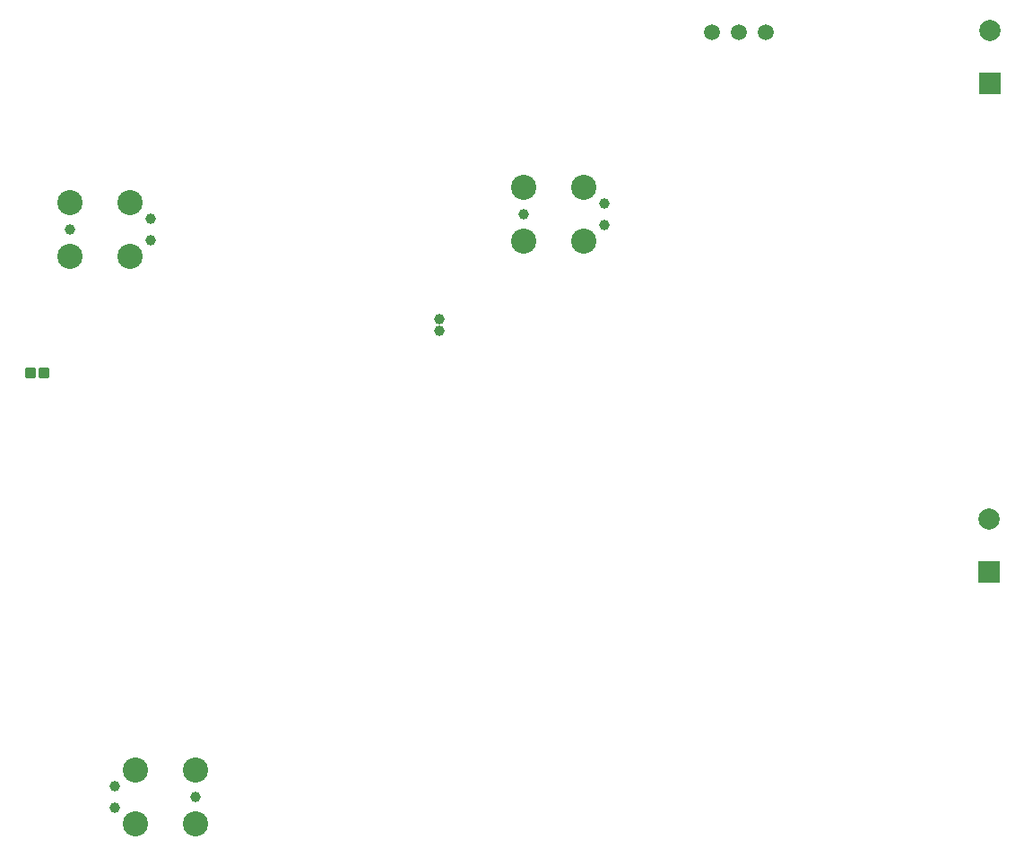
<source format=gbr>
%TF.GenerationSoftware,KiCad,Pcbnew,(5.99.0-10506-gb986797469)*%
%TF.CreationDate,2021-05-21T07:21:06+01:00*%
%TF.ProjectId,LoRa tracker,4c6f5261-2074-4726-9163-6b65722e6b69,rev?*%
%TF.SameCoordinates,Original*%
%TF.FileFunction,Soldermask,Bot*%
%TF.FilePolarity,Negative*%
%FSLAX46Y46*%
G04 Gerber Fmt 4.6, Leading zero omitted, Abs format (unit mm)*
G04 Created by KiCad (PCBNEW (5.99.0-10506-gb986797469)) date 2021-05-21 07:21:06*
%MOMM*%
%LPD*%
G01*
G04 APERTURE LIST*
G04 Aperture macros list*
%AMRoundRect*
0 Rectangle with rounded corners*
0 $1 Rounding radius*
0 $2 $3 $4 $5 $6 $7 $8 $9 X,Y pos of 4 corners*
0 Add a 4 corners polygon primitive as box body*
4,1,4,$2,$3,$4,$5,$6,$7,$8,$9,$2,$3,0*
0 Add four circle primitives for the rounded corners*
1,1,$1+$1,$2,$3*
1,1,$1+$1,$4,$5*
1,1,$1+$1,$6,$7*
1,1,$1+$1,$8,$9*
0 Add four rect primitives between the rounded corners*
20,1,$1+$1,$2,$3,$4,$5,0*
20,1,$1+$1,$4,$5,$6,$7,0*
20,1,$1+$1,$6,$7,$8,$9,0*
20,1,$1+$1,$8,$9,$2,$3,0*%
G04 Aperture macros list end*
%ADD10C,0.990600*%
%ADD11C,2.374900*%
%ADD12R,2.000000X2.000000*%
%ADD13C,2.000000*%
%ADD14C,1.000000*%
%ADD15C,1.500000*%
%ADD16RoundRect,0.250000X-0.300000X0.250000X-0.300000X-0.250000X0.300000X-0.250000X0.300000X0.250000X0*%
G04 APERTURE END LIST*
D10*
%TO.C,CON3*%
X116315000Y-176936000D03*
X116315000Y-174904000D03*
X123935000Y-175920000D03*
D11*
X123935000Y-178460000D03*
X123935000Y-173380000D03*
X118220000Y-173380000D03*
X118220000Y-178460000D03*
%TD*%
D12*
%TO.C,J2*%
X198885000Y-154615000D03*
D13*
X198885000Y-149615000D03*
%TD*%
D14*
%TO.C,Y2*%
X146970000Y-131880000D03*
X146970000Y-130780000D03*
%TD*%
D12*
%TO.C,J1*%
X198915000Y-108545000D03*
D13*
X198915000Y-103545000D03*
%TD*%
D10*
%TO.C,CON2*%
X162525000Y-119854000D03*
X162525000Y-121886000D03*
X154905000Y-120870000D03*
D11*
X154905000Y-118330000D03*
X154905000Y-123410000D03*
X160620000Y-123410000D03*
X160620000Y-118330000D03*
%TD*%
D15*
%TO.C,U2*%
X177790000Y-103650000D03*
X175250000Y-103650000D03*
X172710000Y-103650000D03*
%TD*%
D10*
%TO.C,CON1*%
X119685000Y-121254000D03*
X119685000Y-123286000D03*
X112065000Y-122270000D03*
D11*
X112065000Y-119730000D03*
X112065000Y-124810000D03*
X117780000Y-124810000D03*
X117780000Y-119730000D03*
%TD*%
D16*
%TO.C,C14*%
X108330000Y-135860000D03*
X109600000Y-135860000D03*
%TD*%
M02*

</source>
